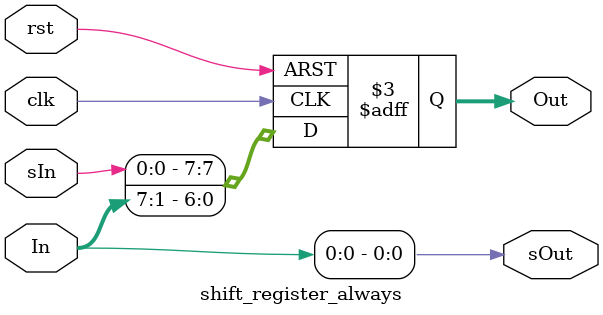
<source format=sv>
`timescale 1ns/1ns
module shift_register_always(input [7:0] In, input clk, rst, sIn, output logic [7:0] Out, output sOut);
	always @ (posedge clk, posedge rst) begin
		if (rst == 0)
			Out <= {sIn, In[7:1]};
		else
			Out <= 8'b0;
	end
	assign sOut = In[0];
endmodule

</source>
